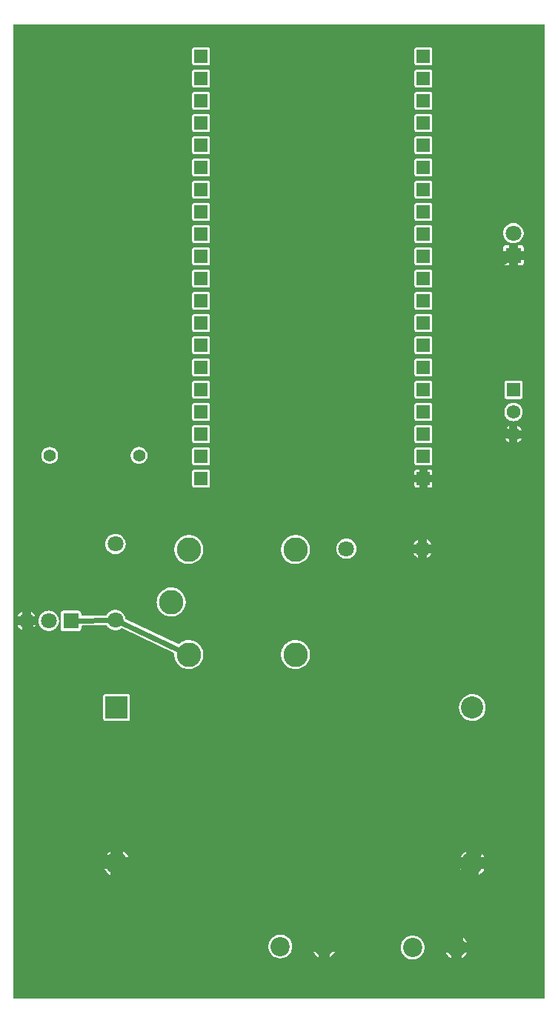
<source format=gtl>
G04 Layer: TopLayer*
G04 EasyEDA v6.5.51, 2026-01-08 00:26:36*
G04 20534f1d5e454c7f8422adcd5164db7c,ce41bef9852f4de9b562203a7e9bab9e,10*
G04 Gerber Generator version 0.2*
G04 Scale: 100 percent, Rotated: No, Reflected: No *
G04 Dimensions in millimeters *
G04 leading zeros omitted , absolute positions ,4 integer and 5 decimal *
%FSLAX45Y45*%
%MOMM*%

%ADD10C,1.5000*%
%ADD11C,0.6000*%
%ADD12C,1.8000*%
%ADD13R,1.8000X1.8000*%
%ADD14C,2.2000*%
%ADD15C,1.5748*%
%ADD16R,1.5748X1.5748*%
%ADD17C,1.4000*%
%ADD18C,2.7940*%
%ADD19C,0.0107*%
%ADD20R,2.5400X2.5400*%
%ADD21C,2.5400*%
%ADD22R,1.5240X1.5240*%

%LPD*%
G36*
X277368Y-11162792D02*
G01*
X273456Y-11162030D01*
X270205Y-11159794D01*
X267970Y-11156543D01*
X267208Y-11152632D01*
X267208Y-36068D01*
X267970Y-32156D01*
X270205Y-28905D01*
X273456Y-26670D01*
X277368Y-25908D01*
X6326632Y-25908D01*
X6330543Y-26670D01*
X6333794Y-28905D01*
X6336030Y-32156D01*
X6336792Y-36068D01*
X6336792Y-11152632D01*
X6336030Y-11156543D01*
X6333794Y-11159794D01*
X6330543Y-11162030D01*
X6326632Y-11162792D01*
G37*

%LPC*%
G36*
X4822088Y-10714736D02*
G01*
X4837887Y-10714736D01*
X4853584Y-10712907D01*
X4868976Y-10709300D01*
X4883810Y-10703864D01*
X4897932Y-10696803D01*
X4911140Y-10688116D01*
X4923231Y-10677956D01*
X4934102Y-10666425D01*
X4943551Y-10653776D01*
X4951425Y-10640110D01*
X4957673Y-10625582D01*
X4962245Y-10610443D01*
X4964988Y-10594898D01*
X4965903Y-10579100D01*
X4964988Y-10563301D01*
X4962245Y-10547756D01*
X4957673Y-10532618D01*
X4951425Y-10518089D01*
X4943551Y-10504424D01*
X4934102Y-10491774D01*
X4923231Y-10480243D01*
X4911140Y-10470083D01*
X4897932Y-10461396D01*
X4883810Y-10454335D01*
X4868976Y-10448899D01*
X4853584Y-10445292D01*
X4837887Y-10443464D01*
X4822088Y-10443464D01*
X4806391Y-10445292D01*
X4791049Y-10448899D01*
X4776165Y-10454335D01*
X4762042Y-10461396D01*
X4748834Y-10470083D01*
X4736744Y-10480243D01*
X4725924Y-10491774D01*
X4716475Y-10504424D01*
X4708550Y-10518089D01*
X4702302Y-10532618D01*
X4697780Y-10547756D01*
X4695037Y-10563301D01*
X4694123Y-10579100D01*
X4695037Y-10594898D01*
X4697780Y-10610443D01*
X4702302Y-10625582D01*
X4708550Y-10640110D01*
X4716475Y-10653776D01*
X4725924Y-10666425D01*
X4736744Y-10677956D01*
X4748834Y-10688116D01*
X4762042Y-10696803D01*
X4776165Y-10703864D01*
X4791049Y-10709300D01*
X4806391Y-10712907D01*
G37*
G36*
X3310788Y-10702036D02*
G01*
X3326587Y-10702036D01*
X3342284Y-10700207D01*
X3357676Y-10696600D01*
X3372510Y-10691164D01*
X3386632Y-10684103D01*
X3399840Y-10675416D01*
X3411931Y-10665256D01*
X3422802Y-10653725D01*
X3432251Y-10641076D01*
X3440125Y-10627410D01*
X3446373Y-10612882D01*
X3450945Y-10597743D01*
X3453688Y-10582198D01*
X3454603Y-10566400D01*
X3453688Y-10550601D01*
X3450945Y-10535056D01*
X3446373Y-10519918D01*
X3440125Y-10505389D01*
X3432251Y-10491724D01*
X3422802Y-10479074D01*
X3411931Y-10467543D01*
X3399840Y-10457383D01*
X3386632Y-10448696D01*
X3372510Y-10441635D01*
X3357676Y-10436199D01*
X3342284Y-10432592D01*
X3326587Y-10430764D01*
X3310788Y-10430764D01*
X3295091Y-10432592D01*
X3279749Y-10436199D01*
X3264865Y-10441635D01*
X3250742Y-10448696D01*
X3237534Y-10457383D01*
X3225444Y-10467543D01*
X3214624Y-10479074D01*
X3205175Y-10491724D01*
X3197250Y-10505389D01*
X3191002Y-10519918D01*
X3186480Y-10535056D01*
X3183737Y-10550601D01*
X3182823Y-10566400D01*
X3183737Y-10582198D01*
X3186480Y-10597743D01*
X3191002Y-10612882D01*
X3197250Y-10627410D01*
X3205175Y-10641076D01*
X3214624Y-10653725D01*
X3225444Y-10665256D01*
X3237534Y-10675416D01*
X3250742Y-10684103D01*
X3264865Y-10691164D01*
X3279749Y-10696600D01*
X3295091Y-10700207D01*
G37*
G36*
X5268671Y-10700105D02*
G01*
X5268671Y-10640466D01*
X5208778Y-10640466D01*
X5216448Y-10653776D01*
X5225897Y-10666425D01*
X5236768Y-10677956D01*
X5248859Y-10688116D01*
X5262067Y-10696803D01*
G37*
G36*
X5391353Y-10700105D02*
G01*
X5397957Y-10696803D01*
X5411165Y-10688116D01*
X5423255Y-10677956D01*
X5434076Y-10666425D01*
X5443524Y-10653776D01*
X5451246Y-10640466D01*
X5391353Y-10640466D01*
G37*
G36*
X3880053Y-10687405D02*
G01*
X3886657Y-10684103D01*
X3899865Y-10675416D01*
X3911955Y-10665256D01*
X3922776Y-10653725D01*
X3932224Y-10641076D01*
X3939946Y-10627766D01*
X3880053Y-10627766D01*
G37*
G36*
X3757371Y-10687405D02*
G01*
X3757371Y-10627766D01*
X3697478Y-10627766D01*
X3705148Y-10641076D01*
X3714597Y-10653725D01*
X3725468Y-10665256D01*
X3737559Y-10675416D01*
X3750767Y-10684103D01*
G37*
G36*
X5208778Y-10517733D02*
G01*
X5268671Y-10517733D01*
X5268671Y-10458094D01*
X5262067Y-10461396D01*
X5248859Y-10470083D01*
X5236768Y-10480243D01*
X5225897Y-10491774D01*
X5216448Y-10504424D01*
G37*
G36*
X5391353Y-10517733D02*
G01*
X5451246Y-10517733D01*
X5443524Y-10504424D01*
X5434076Y-10491774D01*
X5423255Y-10480243D01*
X5411165Y-10470083D01*
X5397957Y-10461396D01*
X5391353Y-10458094D01*
G37*
G36*
X3880053Y-10505033D02*
G01*
X3939946Y-10505033D01*
X3932224Y-10491724D01*
X3922776Y-10479074D01*
X3911955Y-10467543D01*
X3899865Y-10457383D01*
X3886657Y-10448696D01*
X3880053Y-10445394D01*
G37*
G36*
X3697478Y-10505033D02*
G01*
X3757371Y-10505033D01*
X3757371Y-10445394D01*
X3750767Y-10448696D01*
X3737559Y-10457383D01*
X3725468Y-10467543D01*
X3714597Y-10479074D01*
X3705148Y-10491724D01*
G37*
G36*
X1517650Y-9749840D02*
G01*
X1531416Y-9741916D01*
X1544980Y-9731908D01*
X1557375Y-9720529D01*
X1568450Y-9707829D01*
X1578051Y-9693960D01*
X1583588Y-9683750D01*
X1517650Y-9683750D01*
G37*
G36*
X5581650Y-9749840D02*
G01*
X5595416Y-9741916D01*
X5608980Y-9731908D01*
X5621375Y-9720529D01*
X5632450Y-9707829D01*
X5642051Y-9693960D01*
X5647588Y-9683750D01*
X5581650Y-9683750D01*
G37*
G36*
X5441950Y-9749637D02*
G01*
X5441950Y-9683750D01*
X5375960Y-9683750D01*
X5377332Y-9686645D01*
X5386171Y-9701022D01*
X5396484Y-9714331D01*
X5408269Y-9726371D01*
X5421274Y-9737090D01*
X5435346Y-9746284D01*
G37*
G36*
X1377950Y-9749637D02*
G01*
X1377950Y-9683750D01*
X1311960Y-9683750D01*
X1313332Y-9686645D01*
X1322171Y-9701022D01*
X1332484Y-9714331D01*
X1344269Y-9726371D01*
X1357274Y-9737090D01*
X1371346Y-9746284D01*
G37*
G36*
X5375960Y-9544050D02*
G01*
X5441950Y-9544050D01*
X5441950Y-9478162D01*
X5435346Y-9481515D01*
X5421274Y-9490710D01*
X5408269Y-9501428D01*
X5396484Y-9513468D01*
X5386171Y-9526778D01*
X5377332Y-9541154D01*
G37*
G36*
X1311960Y-9544050D02*
G01*
X1377950Y-9544050D01*
X1377950Y-9478162D01*
X1371346Y-9481515D01*
X1357274Y-9490710D01*
X1344269Y-9501428D01*
X1332484Y-9513468D01*
X1322171Y-9526778D01*
X1313332Y-9541154D01*
G37*
G36*
X1517650Y-9544050D02*
G01*
X1583588Y-9544050D01*
X1578051Y-9533839D01*
X1568450Y-9519970D01*
X1557375Y-9507270D01*
X1544980Y-9495891D01*
X1531416Y-9485884D01*
X1517650Y-9477959D01*
G37*
G36*
X5581650Y-9544050D02*
G01*
X5647588Y-9544050D01*
X5642051Y-9533839D01*
X5632450Y-9519970D01*
X5621375Y-9507270D01*
X5608980Y-9495891D01*
X5595416Y-9485884D01*
X5581650Y-9477959D01*
G37*
G36*
X1321358Y-7988808D02*
G01*
X1574241Y-7988808D01*
X1580540Y-7988096D01*
X1586026Y-7986166D01*
X1590903Y-7983118D01*
X1595018Y-7979003D01*
X1598066Y-7974126D01*
X1599996Y-7968640D01*
X1600708Y-7962341D01*
X1600708Y-7709458D01*
X1599996Y-7703159D01*
X1598066Y-7697673D01*
X1595018Y-7692796D01*
X1590903Y-7688681D01*
X1586026Y-7685633D01*
X1580540Y-7683703D01*
X1574241Y-7682992D01*
X1321358Y-7682992D01*
X1315059Y-7683703D01*
X1309573Y-7685633D01*
X1304696Y-7688681D01*
X1300581Y-7692796D01*
X1297533Y-7697673D01*
X1295603Y-7703159D01*
X1294892Y-7709458D01*
X1294892Y-7962341D01*
X1295603Y-7968640D01*
X1297533Y-7974126D01*
X1300581Y-7979003D01*
X1304696Y-7983118D01*
X1309573Y-7986166D01*
X1315059Y-7988096D01*
G37*
G36*
X5516016Y-7988757D02*
G01*
X5532780Y-7987334D01*
X5549341Y-7984134D01*
X5565394Y-7979105D01*
X5580837Y-7972298D01*
X5595416Y-7963916D01*
X5608980Y-7953908D01*
X5621375Y-7942529D01*
X5632450Y-7929829D01*
X5642051Y-7915960D01*
X5650077Y-7901127D01*
X5656427Y-7885531D01*
X5660999Y-7869326D01*
X5663742Y-7852714D01*
X5664708Y-7835900D01*
X5663742Y-7819085D01*
X5660999Y-7802473D01*
X5656427Y-7786268D01*
X5650077Y-7770672D01*
X5642051Y-7755839D01*
X5632450Y-7741970D01*
X5621375Y-7729270D01*
X5608980Y-7717891D01*
X5595416Y-7707884D01*
X5580837Y-7699502D01*
X5565394Y-7692694D01*
X5549341Y-7687665D01*
X5532780Y-7684465D01*
X5516016Y-7683042D01*
X5499150Y-7683550D01*
X5482488Y-7685836D01*
X5466181Y-7690002D01*
X5450382Y-7695895D01*
X5435346Y-7703515D01*
X5421274Y-7712709D01*
X5408269Y-7723428D01*
X5396484Y-7735468D01*
X5386171Y-7748778D01*
X5377332Y-7763154D01*
X5370169Y-7778343D01*
X5364683Y-7794294D01*
X5360974Y-7810753D01*
X5359146Y-7827467D01*
X5359146Y-7844332D01*
X5360974Y-7861046D01*
X5364683Y-7877505D01*
X5370169Y-7893456D01*
X5377332Y-7908645D01*
X5386171Y-7923022D01*
X5396484Y-7936331D01*
X5408269Y-7948371D01*
X5421274Y-7959090D01*
X5435346Y-7968284D01*
X5450382Y-7975904D01*
X5466181Y-7981797D01*
X5482488Y-7985963D01*
X5499150Y-7988249D01*
G37*
G36*
X2275687Y-7394956D02*
G01*
X2293264Y-7393533D01*
X2310587Y-7390282D01*
X2327452Y-7385151D01*
X2343708Y-7378344D01*
X2359152Y-7369759D01*
X2373579Y-7359650D01*
X2386838Y-7348016D01*
X2398776Y-7335062D01*
X2409291Y-7320940D01*
X2418232Y-7305751D01*
X2425547Y-7289698D01*
X2431084Y-7272985D01*
X2434793Y-7255764D01*
X2436672Y-7238187D01*
X2436672Y-7220610D01*
X2434793Y-7203084D01*
X2431084Y-7185812D01*
X2425547Y-7169099D01*
X2418232Y-7153046D01*
X2409291Y-7137857D01*
X2398776Y-7123734D01*
X2386838Y-7110780D01*
X2373579Y-7099147D01*
X2359152Y-7089038D01*
X2343708Y-7080503D01*
X2327452Y-7073646D01*
X2310587Y-7068515D01*
X2293264Y-7065264D01*
X2275687Y-7063841D01*
X2258110Y-7064349D01*
X2240635Y-7066686D01*
X2223516Y-7070852D01*
X2206904Y-7076846D01*
X2191054Y-7084568D01*
X2176119Y-7093915D01*
X2162251Y-7104786D01*
X2159355Y-7107631D01*
X2155901Y-7109815D01*
X2151888Y-7110475D01*
X2147925Y-7109510D01*
X1555800Y-6830822D01*
X1553006Y-6828891D01*
X1551025Y-6826148D01*
X1550060Y-6822897D01*
X1548942Y-6814108D01*
X1545336Y-6799986D01*
X1539951Y-6786473D01*
X1532940Y-6773722D01*
X1524406Y-6761937D01*
X1514449Y-6751320D01*
X1503222Y-6742074D01*
X1490929Y-6734251D01*
X1477772Y-6728053D01*
X1463903Y-6723583D01*
X1449628Y-6720840D01*
X1435100Y-6719925D01*
X1420571Y-6720840D01*
X1406296Y-6723583D01*
X1392428Y-6728053D01*
X1379270Y-6734251D01*
X1366977Y-6742074D01*
X1355750Y-6751320D01*
X1345793Y-6761937D01*
X1337259Y-6773722D01*
X1335633Y-6776618D01*
X1333449Y-6779412D01*
X1330401Y-6781241D01*
X1326946Y-6781901D01*
X1053338Y-6787032D01*
X1049426Y-6786321D01*
X1046073Y-6784136D01*
X1043787Y-6780784D01*
X1043025Y-6776872D01*
X1043025Y-6755892D01*
X1042314Y-6749542D01*
X1040384Y-6744106D01*
X1037285Y-6739178D01*
X1033221Y-6735114D01*
X1028293Y-6732016D01*
X1022858Y-6730085D01*
X1016508Y-6729374D01*
X837692Y-6729374D01*
X831342Y-6730085D01*
X825906Y-6732016D01*
X820978Y-6735114D01*
X816914Y-6739178D01*
X813816Y-6744106D01*
X811885Y-6749542D01*
X811174Y-6755892D01*
X811174Y-6934708D01*
X811885Y-6941058D01*
X813816Y-6946493D01*
X816914Y-6951421D01*
X820978Y-6955485D01*
X825906Y-6958584D01*
X831342Y-6960514D01*
X837692Y-6961225D01*
X1016508Y-6961225D01*
X1022858Y-6960514D01*
X1028293Y-6958584D01*
X1033221Y-6955485D01*
X1037285Y-6951421D01*
X1040384Y-6946493D01*
X1042314Y-6941058D01*
X1043025Y-6934708D01*
X1043025Y-6909003D01*
X1043787Y-6905193D01*
X1045921Y-6901891D01*
X1049172Y-6899706D01*
X1052982Y-6898843D01*
X1328826Y-6893712D01*
X1332026Y-6894169D01*
X1334922Y-6895592D01*
X1337259Y-6897878D01*
X1345793Y-6909663D01*
X1355750Y-6920280D01*
X1366977Y-6929577D01*
X1379270Y-6937349D01*
X1392428Y-6943547D01*
X1406296Y-6948068D01*
X1420571Y-6950760D01*
X1435100Y-6951675D01*
X1449628Y-6950760D01*
X1463903Y-6948068D01*
X1477772Y-6943547D01*
X1490929Y-6937349D01*
X1498396Y-6932625D01*
X1501546Y-6931304D01*
X1504899Y-6931101D01*
X1508201Y-6932015D01*
X2100376Y-7210755D01*
X2103577Y-7213092D01*
X2105609Y-7216546D01*
X2106168Y-7220458D01*
X2105710Y-7229398D01*
X2106625Y-7246975D01*
X2109470Y-7264400D01*
X2114092Y-7281418D01*
X2120493Y-7297826D01*
X2128621Y-7313472D01*
X2138375Y-7328153D01*
X2149602Y-7341717D01*
X2162251Y-7354011D01*
X2176119Y-7364882D01*
X2191054Y-7374229D01*
X2206904Y-7381951D01*
X2223516Y-7387945D01*
X2240635Y-7392111D01*
X2258110Y-7394448D01*
G37*
G36*
X3495700Y-7394905D02*
G01*
X3513277Y-7393482D01*
X3530600Y-7390231D01*
X3547465Y-7385100D01*
X3563721Y-7378293D01*
X3579114Y-7369708D01*
X3593541Y-7359599D01*
X3606800Y-7347966D01*
X3618788Y-7335012D01*
X3629304Y-7320889D01*
X3638245Y-7305700D01*
X3645509Y-7289647D01*
X3651046Y-7272934D01*
X3654755Y-7255713D01*
X3656634Y-7238136D01*
X3656634Y-7220559D01*
X3654755Y-7203033D01*
X3651046Y-7185761D01*
X3645509Y-7169048D01*
X3638245Y-7152995D01*
X3629304Y-7137806D01*
X3618788Y-7123684D01*
X3606800Y-7110730D01*
X3593541Y-7099096D01*
X3579114Y-7088987D01*
X3563721Y-7080453D01*
X3547465Y-7073595D01*
X3530600Y-7068464D01*
X3513277Y-7065213D01*
X3495700Y-7063790D01*
X3478072Y-7064298D01*
X3460597Y-7066635D01*
X3443478Y-7070801D01*
X3426917Y-7076795D01*
X3411067Y-7084517D01*
X3396132Y-7093864D01*
X3382264Y-7104735D01*
X3369614Y-7117029D01*
X3358387Y-7130592D01*
X3348634Y-7145274D01*
X3340506Y-7160920D01*
X3334054Y-7177328D01*
X3329432Y-7194346D01*
X3326637Y-7211771D01*
X3325723Y-7229348D01*
X3326637Y-7246924D01*
X3329432Y-7264349D01*
X3334054Y-7281367D01*
X3340506Y-7297775D01*
X3348634Y-7313422D01*
X3358387Y-7328103D01*
X3369614Y-7341666D01*
X3382264Y-7353960D01*
X3396132Y-7364831D01*
X3411067Y-7374178D01*
X3426917Y-7381900D01*
X3443478Y-7387894D01*
X3460597Y-7392060D01*
X3478072Y-7394397D01*
G37*
G36*
X673100Y-6961174D02*
G01*
X687628Y-6960260D01*
X701903Y-6957568D01*
X715772Y-6953046D01*
X728929Y-6946849D01*
X741222Y-6939076D01*
X752449Y-6929780D01*
X762406Y-6919163D01*
X770940Y-6907377D01*
X777951Y-6894626D01*
X783336Y-6881114D01*
X786942Y-6866991D01*
X788771Y-6852564D01*
X788771Y-6838035D01*
X786942Y-6823608D01*
X783336Y-6809486D01*
X777951Y-6795973D01*
X770940Y-6783222D01*
X762406Y-6771436D01*
X752449Y-6760819D01*
X741222Y-6751523D01*
X728929Y-6743750D01*
X715772Y-6737553D01*
X701903Y-6733031D01*
X687628Y-6730339D01*
X673100Y-6729425D01*
X658571Y-6730339D01*
X644296Y-6733031D01*
X630428Y-6737553D01*
X617270Y-6743750D01*
X604977Y-6751523D01*
X593750Y-6760819D01*
X583793Y-6771436D01*
X575259Y-6783222D01*
X568248Y-6795973D01*
X562864Y-6809486D01*
X559257Y-6823608D01*
X557428Y-6838035D01*
X557428Y-6852564D01*
X559257Y-6866991D01*
X562864Y-6881114D01*
X568248Y-6894626D01*
X575259Y-6907377D01*
X583793Y-6919163D01*
X593750Y-6929780D01*
X604977Y-6939076D01*
X617270Y-6946849D01*
X630428Y-6953046D01*
X644296Y-6957568D01*
X658571Y-6960260D01*
G37*
G36*
X367741Y-6948982D02*
G01*
X367741Y-6896658D01*
X315366Y-6896658D01*
X321259Y-6907377D01*
X329793Y-6919163D01*
X339750Y-6929780D01*
X350977Y-6939076D01*
X363270Y-6946849D01*
G37*
G36*
X470458Y-6948982D02*
G01*
X474929Y-6946849D01*
X487222Y-6939076D01*
X498449Y-6929780D01*
X508406Y-6919163D01*
X516940Y-6907377D01*
X522833Y-6896658D01*
X470458Y-6896658D01*
G37*
G36*
X2075688Y-6794957D02*
G01*
X2093264Y-6793534D01*
X2110587Y-6790283D01*
X2127453Y-6785152D01*
X2143709Y-6778345D01*
X2159152Y-6769760D01*
X2173579Y-6759651D01*
X2186838Y-6748018D01*
X2198776Y-6735064D01*
X2209292Y-6720941D01*
X2218232Y-6705752D01*
X2225497Y-6689699D01*
X2231034Y-6672986D01*
X2234793Y-6655765D01*
X2236673Y-6638188D01*
X2236673Y-6620611D01*
X2234793Y-6603085D01*
X2231034Y-6585813D01*
X2225497Y-6569100D01*
X2218232Y-6553047D01*
X2209292Y-6537858D01*
X2198776Y-6523735D01*
X2186838Y-6510781D01*
X2173579Y-6499148D01*
X2159152Y-6489039D01*
X2143709Y-6480505D01*
X2127453Y-6473647D01*
X2110587Y-6468516D01*
X2093264Y-6465265D01*
X2075688Y-6463842D01*
X2058111Y-6464350D01*
X2040636Y-6466687D01*
X2023516Y-6470853D01*
X2006904Y-6476847D01*
X1991055Y-6484569D01*
X1976120Y-6493916D01*
X1962251Y-6504787D01*
X1949602Y-6517081D01*
X1938375Y-6530644D01*
X1928622Y-6545326D01*
X1920493Y-6560972D01*
X1914093Y-6577380D01*
X1909470Y-6594398D01*
X1906625Y-6611823D01*
X1905711Y-6629400D01*
X1906625Y-6646976D01*
X1909470Y-6664401D01*
X1914093Y-6681419D01*
X1920493Y-6697827D01*
X1928622Y-6713474D01*
X1938375Y-6728155D01*
X1949602Y-6741718D01*
X1962251Y-6754012D01*
X1976120Y-6764883D01*
X1991055Y-6774230D01*
X2006904Y-6781952D01*
X2023516Y-6787946D01*
X2040636Y-6792112D01*
X2058111Y-6794449D01*
G37*
G36*
X470458Y-6793941D02*
G01*
X522833Y-6793941D01*
X516940Y-6783222D01*
X508406Y-6771436D01*
X498449Y-6760819D01*
X487222Y-6751523D01*
X474929Y-6743750D01*
X470458Y-6741617D01*
G37*
G36*
X315366Y-6793941D02*
G01*
X367741Y-6793941D01*
X367741Y-6741617D01*
X363270Y-6743750D01*
X350977Y-6751523D01*
X339750Y-6760819D01*
X329793Y-6771436D01*
X321259Y-6783222D01*
G37*
G36*
X3495700Y-6195009D02*
G01*
X3513277Y-6193586D01*
X3530600Y-6190335D01*
X3547465Y-6185204D01*
X3563721Y-6178397D01*
X3579114Y-6169812D01*
X3593541Y-6159703D01*
X3606800Y-6148070D01*
X3618788Y-6135116D01*
X3629304Y-6120993D01*
X3638245Y-6105804D01*
X3645509Y-6089751D01*
X3651046Y-6073038D01*
X3654806Y-6055817D01*
X3656634Y-6038240D01*
X3656634Y-6020663D01*
X3654806Y-6003137D01*
X3651046Y-5985865D01*
X3645509Y-5969152D01*
X3638245Y-5953099D01*
X3629304Y-5937910D01*
X3618788Y-5923788D01*
X3606800Y-5910834D01*
X3593541Y-5899200D01*
X3579114Y-5889091D01*
X3563721Y-5880557D01*
X3547465Y-5873699D01*
X3530600Y-5868568D01*
X3513277Y-5865317D01*
X3495700Y-5863894D01*
X3478072Y-5864402D01*
X3460597Y-5866739D01*
X3443478Y-5870905D01*
X3426917Y-5876899D01*
X3411067Y-5884621D01*
X3396132Y-5893968D01*
X3382264Y-5904839D01*
X3369614Y-5917133D01*
X3358387Y-5930696D01*
X3348634Y-5945378D01*
X3340506Y-5961024D01*
X3334105Y-5977432D01*
X3329432Y-5994450D01*
X3326637Y-6011875D01*
X3325723Y-6029452D01*
X3326637Y-6047028D01*
X3329432Y-6064453D01*
X3334105Y-6081471D01*
X3340506Y-6097879D01*
X3348634Y-6113526D01*
X3358387Y-6128207D01*
X3369614Y-6141770D01*
X3382264Y-6154064D01*
X3396132Y-6164935D01*
X3411067Y-6174282D01*
X3426917Y-6182004D01*
X3443478Y-6187998D01*
X3460597Y-6192164D01*
X3478072Y-6194501D01*
G37*
G36*
X2275687Y-6194958D02*
G01*
X2293264Y-6193536D01*
X2310587Y-6190284D01*
X2327452Y-6185154D01*
X2343708Y-6178346D01*
X2359152Y-6169761D01*
X2373579Y-6159652D01*
X2386838Y-6148019D01*
X2398776Y-6135065D01*
X2409291Y-6120942D01*
X2418232Y-6105753D01*
X2425547Y-6089700D01*
X2431084Y-6072987D01*
X2434793Y-6055766D01*
X2436672Y-6038189D01*
X2436672Y-6020612D01*
X2434793Y-6003086D01*
X2431084Y-5985814D01*
X2425547Y-5969101D01*
X2418232Y-5953048D01*
X2409291Y-5937859D01*
X2398776Y-5923737D01*
X2386838Y-5910783D01*
X2373579Y-5899150D01*
X2359152Y-5889040D01*
X2343708Y-5880506D01*
X2327452Y-5873648D01*
X2310587Y-5868517D01*
X2293264Y-5865266D01*
X2275687Y-5863844D01*
X2258110Y-5864352D01*
X2240635Y-5866688D01*
X2223516Y-5870854D01*
X2206904Y-5876848D01*
X2191054Y-5884570D01*
X2176119Y-5893917D01*
X2162251Y-5904788D01*
X2149602Y-5917082D01*
X2138375Y-5930646D01*
X2128621Y-5945327D01*
X2120493Y-5960973D01*
X2114092Y-5977382D01*
X2109470Y-5994400D01*
X2106625Y-6011824D01*
X2105710Y-6029401D01*
X2106625Y-6046978D01*
X2109470Y-6064402D01*
X2114092Y-6081420D01*
X2120493Y-6097828D01*
X2128621Y-6113475D01*
X2138375Y-6128156D01*
X2149602Y-6141720D01*
X2162251Y-6154013D01*
X2176119Y-6164884D01*
X2191054Y-6174232D01*
X2206904Y-6181953D01*
X2223516Y-6187948D01*
X2240635Y-6192113D01*
X2258110Y-6194450D01*
G37*
G36*
X4066235Y-6135471D02*
G01*
X4080764Y-6135471D01*
X4095191Y-6133642D01*
X4109313Y-6130036D01*
X4122826Y-6124651D01*
X4135577Y-6117640D01*
X4147362Y-6109106D01*
X4157979Y-6099149D01*
X4167225Y-6087922D01*
X4175048Y-6075629D01*
X4181246Y-6062472D01*
X4185716Y-6048603D01*
X4188460Y-6034328D01*
X4189374Y-6019800D01*
X4188460Y-6005271D01*
X4185716Y-5990996D01*
X4181246Y-5977128D01*
X4175048Y-5963970D01*
X4167225Y-5951677D01*
X4157979Y-5940450D01*
X4147362Y-5930493D01*
X4135577Y-5921959D01*
X4122826Y-5914948D01*
X4109313Y-5909564D01*
X4095191Y-5905957D01*
X4080764Y-5904128D01*
X4066235Y-5904128D01*
X4051757Y-5905957D01*
X4037685Y-5909564D01*
X4024172Y-5914948D01*
X4011422Y-5921959D01*
X3999636Y-5930493D01*
X3989019Y-5940450D01*
X3979722Y-5951677D01*
X3971950Y-5963970D01*
X3965752Y-5977128D01*
X3961231Y-5990996D01*
X3958539Y-6005271D01*
X3957624Y-6019800D01*
X3958539Y-6034328D01*
X3961231Y-6048603D01*
X3965752Y-6062472D01*
X3971950Y-6075629D01*
X3979722Y-6087922D01*
X3989019Y-6099149D01*
X3999636Y-6109106D01*
X4011422Y-6117640D01*
X4024172Y-6124651D01*
X4037685Y-6130036D01*
X4051757Y-6133642D01*
G37*
G36*
X4892141Y-6123533D02*
G01*
X4892141Y-6071158D01*
X4839868Y-6071158D01*
X4841951Y-6075629D01*
X4849774Y-6087922D01*
X4859020Y-6099149D01*
X4869637Y-6109106D01*
X4881422Y-6117640D01*
G37*
G36*
X4994859Y-6123533D02*
G01*
X5005578Y-6117640D01*
X5017363Y-6109106D01*
X5027980Y-6099149D01*
X5037277Y-6087922D01*
X5045049Y-6075629D01*
X5047183Y-6071158D01*
X4994859Y-6071158D01*
G37*
G36*
X1435100Y-6081674D02*
G01*
X1449628Y-6080760D01*
X1463903Y-6078016D01*
X1477772Y-6073546D01*
X1490929Y-6067348D01*
X1503222Y-6059525D01*
X1514449Y-6050280D01*
X1524406Y-6039662D01*
X1532940Y-6027877D01*
X1539951Y-6015126D01*
X1545336Y-6001613D01*
X1548942Y-5987491D01*
X1550771Y-5973064D01*
X1550771Y-5958535D01*
X1548942Y-5944057D01*
X1545336Y-5929985D01*
X1539951Y-5916472D01*
X1532940Y-5903722D01*
X1524406Y-5891936D01*
X1514449Y-5881319D01*
X1503222Y-5872022D01*
X1490929Y-5864250D01*
X1477772Y-5858052D01*
X1463903Y-5853531D01*
X1449628Y-5850839D01*
X1435100Y-5849924D01*
X1420571Y-5850839D01*
X1406296Y-5853531D01*
X1392428Y-5858052D01*
X1379270Y-5864250D01*
X1366977Y-5872022D01*
X1355750Y-5881319D01*
X1345793Y-5891936D01*
X1337259Y-5903722D01*
X1330248Y-5916472D01*
X1324864Y-5929985D01*
X1321257Y-5944057D01*
X1319428Y-5958535D01*
X1319428Y-5973064D01*
X1321257Y-5987491D01*
X1324864Y-6001613D01*
X1330248Y-6015126D01*
X1337259Y-6027877D01*
X1345793Y-6039662D01*
X1355750Y-6050280D01*
X1366977Y-6059525D01*
X1379270Y-6067348D01*
X1392428Y-6073546D01*
X1406296Y-6078016D01*
X1420571Y-6080760D01*
G37*
G36*
X4839868Y-5968441D02*
G01*
X4892141Y-5968441D01*
X4892141Y-5916066D01*
X4881422Y-5921959D01*
X4869637Y-5930493D01*
X4859020Y-5940450D01*
X4849774Y-5951677D01*
X4841951Y-5963970D01*
G37*
G36*
X4994859Y-5968441D02*
G01*
X5047183Y-5968441D01*
X5045049Y-5963970D01*
X5037277Y-5951677D01*
X5027980Y-5940450D01*
X5017363Y-5930493D01*
X5005578Y-5921959D01*
X4994859Y-5916066D01*
G37*
G36*
X4877358Y-5321808D02*
G01*
X4908550Y-5321808D01*
X4908550Y-5264150D01*
X4850892Y-5264150D01*
X4850892Y-5295341D01*
X4851603Y-5301640D01*
X4853533Y-5307126D01*
X4856581Y-5312003D01*
X4860696Y-5316118D01*
X4865573Y-5319166D01*
X4871059Y-5321096D01*
G37*
G36*
X4997450Y-5321808D02*
G01*
X5028641Y-5321808D01*
X5034940Y-5321096D01*
X5040426Y-5319166D01*
X5045303Y-5316118D01*
X5049418Y-5312003D01*
X5052466Y-5307126D01*
X5054396Y-5301640D01*
X5055108Y-5295341D01*
X5055108Y-5264150D01*
X4997450Y-5264150D01*
G37*
G36*
X2337358Y-5321808D02*
G01*
X2488641Y-5321808D01*
X2494940Y-5321096D01*
X2500426Y-5319166D01*
X2505303Y-5316118D01*
X2509418Y-5312003D01*
X2512466Y-5307126D01*
X2514396Y-5301640D01*
X2515108Y-5295341D01*
X2515108Y-5144058D01*
X2514396Y-5137759D01*
X2512466Y-5132273D01*
X2509418Y-5127396D01*
X2505303Y-5123281D01*
X2500426Y-5120233D01*
X2494940Y-5118303D01*
X2488641Y-5117592D01*
X2337358Y-5117592D01*
X2331059Y-5118303D01*
X2325573Y-5120233D01*
X2320696Y-5123281D01*
X2316581Y-5127396D01*
X2313533Y-5132273D01*
X2311603Y-5137759D01*
X2310892Y-5144058D01*
X2310892Y-5295341D01*
X2311603Y-5301640D01*
X2313533Y-5307126D01*
X2316581Y-5312003D01*
X2320696Y-5316118D01*
X2325573Y-5319166D01*
X2331059Y-5321096D01*
G37*
G36*
X4997450Y-5175250D02*
G01*
X5055108Y-5175250D01*
X5055108Y-5144058D01*
X5054396Y-5137759D01*
X5052466Y-5132273D01*
X5049418Y-5127396D01*
X5045303Y-5123281D01*
X5040426Y-5120233D01*
X5034940Y-5118303D01*
X5028641Y-5117592D01*
X4997450Y-5117592D01*
G37*
G36*
X4850892Y-5175250D02*
G01*
X4908550Y-5175250D01*
X4908550Y-5117592D01*
X4877358Y-5117592D01*
X4871059Y-5118303D01*
X4865573Y-5120233D01*
X4860696Y-5123281D01*
X4856581Y-5127396D01*
X4853533Y-5132273D01*
X4851603Y-5137759D01*
X4850892Y-5144058D01*
G37*
G36*
X2337358Y-5067808D02*
G01*
X2488641Y-5067808D01*
X2494940Y-5067096D01*
X2500426Y-5065166D01*
X2505303Y-5062118D01*
X2509418Y-5058003D01*
X2512466Y-5053126D01*
X2514396Y-5047640D01*
X2515108Y-5041341D01*
X2515108Y-4890058D01*
X2514396Y-4883759D01*
X2512466Y-4878273D01*
X2509418Y-4873396D01*
X2505303Y-4869281D01*
X2500426Y-4866233D01*
X2494940Y-4864303D01*
X2488641Y-4863592D01*
X2337358Y-4863592D01*
X2331059Y-4864303D01*
X2325573Y-4866233D01*
X2320696Y-4869281D01*
X2316581Y-4873396D01*
X2313533Y-4878273D01*
X2311603Y-4883759D01*
X2310892Y-4890058D01*
X2310892Y-5041341D01*
X2311603Y-5047640D01*
X2313533Y-5053126D01*
X2316581Y-5058003D01*
X2320696Y-5062118D01*
X2325573Y-5065166D01*
X2331059Y-5067096D01*
G37*
G36*
X4877358Y-5067808D02*
G01*
X5028641Y-5067808D01*
X5034940Y-5067096D01*
X5040426Y-5065166D01*
X5045303Y-5062118D01*
X5049418Y-5058003D01*
X5052466Y-5053126D01*
X5054396Y-5047640D01*
X5055108Y-5041341D01*
X5055108Y-4890058D01*
X5054396Y-4883759D01*
X5052466Y-4878273D01*
X5049418Y-4873396D01*
X5045303Y-4869281D01*
X5040426Y-4866233D01*
X5034940Y-4864303D01*
X5028641Y-4863592D01*
X4877358Y-4863592D01*
X4871059Y-4864303D01*
X4865573Y-4866233D01*
X4860696Y-4869281D01*
X4856581Y-4873396D01*
X4853533Y-4878273D01*
X4851603Y-4883759D01*
X4850892Y-4890058D01*
X4850892Y-5041341D01*
X4851603Y-5047640D01*
X4853533Y-5053126D01*
X4856581Y-5058003D01*
X4860696Y-5062118D01*
X4865573Y-5065166D01*
X4871059Y-5067096D01*
G37*
G36*
X1697228Y-5048656D02*
G01*
X1710334Y-5048656D01*
X1723288Y-5046878D01*
X1735886Y-5043373D01*
X1747875Y-5038140D01*
X1759051Y-5031333D01*
X1769211Y-5023053D01*
X1778152Y-5013502D01*
X1785721Y-5002834D01*
X1791716Y-4991201D01*
X1796084Y-4978857D01*
X1798777Y-4966055D01*
X1799640Y-4953000D01*
X1798777Y-4939944D01*
X1796084Y-4927142D01*
X1791716Y-4914798D01*
X1785721Y-4903165D01*
X1778152Y-4892497D01*
X1769211Y-4882946D01*
X1759051Y-4874666D01*
X1747875Y-4867859D01*
X1735886Y-4862677D01*
X1723288Y-4859121D01*
X1710334Y-4857343D01*
X1697228Y-4857343D01*
X1684274Y-4859121D01*
X1671675Y-4862677D01*
X1659686Y-4867859D01*
X1648460Y-4874666D01*
X1638350Y-4882946D01*
X1629410Y-4892497D01*
X1621840Y-4903165D01*
X1615846Y-4914798D01*
X1611426Y-4927142D01*
X1608785Y-4939944D01*
X1607870Y-4953000D01*
X1608785Y-4966055D01*
X1611426Y-4978857D01*
X1615846Y-4991201D01*
X1621840Y-5002834D01*
X1629410Y-5013502D01*
X1638350Y-5023053D01*
X1648460Y-5031333D01*
X1659686Y-5038140D01*
X1671675Y-5043373D01*
X1684274Y-5046878D01*
G37*
G36*
X677265Y-5048656D02*
G01*
X690372Y-5048656D01*
X703326Y-5046878D01*
X715924Y-5043373D01*
X727913Y-5038140D01*
X739140Y-5031333D01*
X749249Y-5023053D01*
X758190Y-5013502D01*
X765759Y-5002834D01*
X771753Y-4991201D01*
X776173Y-4978857D01*
X778814Y-4966055D01*
X779729Y-4953000D01*
X778814Y-4939944D01*
X776173Y-4927142D01*
X771753Y-4914798D01*
X765759Y-4903165D01*
X758190Y-4892497D01*
X749249Y-4882946D01*
X739140Y-4874666D01*
X727913Y-4867859D01*
X715924Y-4862677D01*
X703326Y-4859121D01*
X690372Y-4857343D01*
X677265Y-4857343D01*
X664311Y-4859121D01*
X651713Y-4862677D01*
X639724Y-4867859D01*
X628548Y-4874666D01*
X618388Y-4882946D01*
X609447Y-4892497D01*
X601878Y-4903165D01*
X595884Y-4914798D01*
X591515Y-4927142D01*
X588822Y-4939944D01*
X587959Y-4953000D01*
X588822Y-4966055D01*
X591515Y-4978857D01*
X595884Y-4991201D01*
X601878Y-5002834D01*
X609447Y-5013502D01*
X618388Y-5023053D01*
X628548Y-5031333D01*
X639724Y-5038140D01*
X651713Y-5043373D01*
X664311Y-5046878D01*
G37*
G36*
X4877358Y-4813808D02*
G01*
X5028641Y-4813808D01*
X5034940Y-4813096D01*
X5040426Y-4811166D01*
X5045303Y-4808118D01*
X5049418Y-4804003D01*
X5052466Y-4799126D01*
X5054396Y-4793640D01*
X5055108Y-4787341D01*
X5055108Y-4636058D01*
X5054396Y-4629759D01*
X5052466Y-4624273D01*
X5049418Y-4619396D01*
X5045303Y-4615281D01*
X5040426Y-4612233D01*
X5034940Y-4610303D01*
X5028641Y-4609592D01*
X4877358Y-4609592D01*
X4871059Y-4610303D01*
X4865573Y-4612233D01*
X4860696Y-4615281D01*
X4856581Y-4619396D01*
X4853533Y-4624273D01*
X4851603Y-4629759D01*
X4850892Y-4636058D01*
X4850892Y-4787341D01*
X4851603Y-4793640D01*
X4853533Y-4799126D01*
X4856581Y-4804003D01*
X4860696Y-4808118D01*
X4865573Y-4811166D01*
X4871059Y-4813096D01*
G37*
G36*
X2337358Y-4813808D02*
G01*
X2488641Y-4813808D01*
X2494940Y-4813096D01*
X2500426Y-4811166D01*
X2505303Y-4808118D01*
X2509418Y-4804003D01*
X2512466Y-4799126D01*
X2514396Y-4793640D01*
X2515108Y-4787341D01*
X2515108Y-4636058D01*
X2514396Y-4629759D01*
X2512466Y-4624273D01*
X2509418Y-4619396D01*
X2505303Y-4615281D01*
X2500426Y-4612233D01*
X2494940Y-4610303D01*
X2488641Y-4609592D01*
X2337358Y-4609592D01*
X2331059Y-4610303D01*
X2325573Y-4612233D01*
X2320696Y-4615281D01*
X2316581Y-4619396D01*
X2313533Y-4624273D01*
X2311603Y-4629759D01*
X2310892Y-4636058D01*
X2310892Y-4787341D01*
X2311603Y-4793640D01*
X2313533Y-4799126D01*
X2316581Y-4804003D01*
X2320696Y-4808118D01*
X2325573Y-4811166D01*
X2331059Y-4813096D01*
G37*
G36*
X6027420Y-4805578D02*
G01*
X6034024Y-4802327D01*
X6045403Y-4794707D01*
X6055664Y-4785664D01*
X6064707Y-4775403D01*
X6072327Y-4764024D01*
X6075578Y-4757420D01*
X6027420Y-4757420D01*
G37*
G36*
X5935980Y-4805578D02*
G01*
X5935980Y-4757420D01*
X5887821Y-4757420D01*
X5891072Y-4764024D01*
X5898692Y-4775403D01*
X5907735Y-4785664D01*
X5917996Y-4794707D01*
X5929376Y-4802327D01*
G37*
G36*
X5887821Y-4665980D02*
G01*
X5935980Y-4665980D01*
X5935980Y-4617821D01*
X5929376Y-4621072D01*
X5917996Y-4628692D01*
X5907735Y-4637735D01*
X5898692Y-4647996D01*
X5891072Y-4659376D01*
G37*
G36*
X6027420Y-4665980D02*
G01*
X6075578Y-4665980D01*
X6072327Y-4659376D01*
X6064707Y-4647996D01*
X6055664Y-4637735D01*
X6045403Y-4628692D01*
X6034024Y-4621072D01*
X6027420Y-4617821D01*
G37*
G36*
X5981700Y-4562348D02*
G01*
X5995365Y-4561433D01*
X6008776Y-4558741D01*
X6021730Y-4554372D01*
X6034024Y-4548327D01*
X6045403Y-4540707D01*
X6055664Y-4531664D01*
X6064707Y-4521403D01*
X6072327Y-4510024D01*
X6078372Y-4497730D01*
X6082741Y-4484776D01*
X6085433Y-4471365D01*
X6086348Y-4457700D01*
X6085433Y-4444034D01*
X6082741Y-4430623D01*
X6078372Y-4417669D01*
X6072327Y-4405376D01*
X6064707Y-4393996D01*
X6055664Y-4383735D01*
X6045403Y-4374692D01*
X6034024Y-4367072D01*
X6021730Y-4361027D01*
X6008776Y-4356658D01*
X5995365Y-4353966D01*
X5981700Y-4353052D01*
X5968034Y-4353966D01*
X5954623Y-4356658D01*
X5941669Y-4361027D01*
X5929376Y-4367072D01*
X5917996Y-4374692D01*
X5907735Y-4383735D01*
X5898692Y-4393996D01*
X5891072Y-4405376D01*
X5885027Y-4417669D01*
X5880658Y-4430623D01*
X5877966Y-4444034D01*
X5877052Y-4457700D01*
X5877966Y-4471365D01*
X5880658Y-4484776D01*
X5885027Y-4497730D01*
X5891072Y-4510024D01*
X5898692Y-4521403D01*
X5907735Y-4531664D01*
X5917996Y-4540707D01*
X5929376Y-4548327D01*
X5941669Y-4554372D01*
X5954623Y-4558741D01*
X5968034Y-4561433D01*
G37*
G36*
X4877358Y-4559808D02*
G01*
X5028641Y-4559808D01*
X5034940Y-4559096D01*
X5040426Y-4557166D01*
X5045303Y-4554118D01*
X5049418Y-4550003D01*
X5052466Y-4545126D01*
X5054396Y-4539640D01*
X5055108Y-4533341D01*
X5055108Y-4382058D01*
X5054396Y-4375759D01*
X5052466Y-4370273D01*
X5049418Y-4365396D01*
X5045303Y-4361281D01*
X5040426Y-4358233D01*
X5034940Y-4356303D01*
X5028641Y-4355592D01*
X4877358Y-4355592D01*
X4871059Y-4356303D01*
X4865573Y-4358233D01*
X4860696Y-4361281D01*
X4856581Y-4365396D01*
X4853533Y-4370273D01*
X4851603Y-4375759D01*
X4850892Y-4382058D01*
X4850892Y-4533341D01*
X4851603Y-4539640D01*
X4853533Y-4545126D01*
X4856581Y-4550003D01*
X4860696Y-4554118D01*
X4865573Y-4557166D01*
X4871059Y-4559096D01*
G37*
G36*
X2337358Y-4559808D02*
G01*
X2488641Y-4559808D01*
X2494940Y-4559096D01*
X2500426Y-4557166D01*
X2505303Y-4554118D01*
X2509418Y-4550003D01*
X2512466Y-4545126D01*
X2514396Y-4539640D01*
X2515108Y-4533341D01*
X2515108Y-4382058D01*
X2514396Y-4375759D01*
X2512466Y-4370273D01*
X2509418Y-4365396D01*
X2505303Y-4361281D01*
X2500426Y-4358233D01*
X2494940Y-4356303D01*
X2488641Y-4355592D01*
X2337358Y-4355592D01*
X2331059Y-4356303D01*
X2325573Y-4358233D01*
X2320696Y-4361281D01*
X2316581Y-4365396D01*
X2313533Y-4370273D01*
X2311603Y-4375759D01*
X2310892Y-4382058D01*
X2310892Y-4533341D01*
X2311603Y-4539640D01*
X2313533Y-4545126D01*
X2316581Y-4550003D01*
X2320696Y-4554118D01*
X2325573Y-4557166D01*
X2331059Y-4559096D01*
G37*
G36*
X5903518Y-4308348D02*
G01*
X6059881Y-4308348D01*
X6066180Y-4307636D01*
X6071666Y-4305706D01*
X6076543Y-4302658D01*
X6080658Y-4298543D01*
X6083706Y-4293666D01*
X6085636Y-4288180D01*
X6086348Y-4281881D01*
X6086348Y-4125518D01*
X6085636Y-4119219D01*
X6083706Y-4113733D01*
X6080658Y-4108856D01*
X6076543Y-4104741D01*
X6071666Y-4101693D01*
X6066180Y-4099763D01*
X6059881Y-4099051D01*
X5903518Y-4099051D01*
X5897219Y-4099763D01*
X5891733Y-4101693D01*
X5886856Y-4104741D01*
X5882741Y-4108856D01*
X5879693Y-4113733D01*
X5877763Y-4119219D01*
X5877052Y-4125518D01*
X5877052Y-4281881D01*
X5877763Y-4288180D01*
X5879693Y-4293666D01*
X5882741Y-4298543D01*
X5886856Y-4302658D01*
X5891733Y-4305706D01*
X5897219Y-4307636D01*
G37*
G36*
X4877358Y-4305808D02*
G01*
X5028641Y-4305808D01*
X5034940Y-4305096D01*
X5040426Y-4303166D01*
X5045303Y-4300118D01*
X5049418Y-4296003D01*
X5052466Y-4291126D01*
X5054396Y-4285640D01*
X5055108Y-4279341D01*
X5055108Y-4128058D01*
X5054396Y-4121759D01*
X5052466Y-4116273D01*
X5049418Y-4111396D01*
X5045303Y-4107281D01*
X5040426Y-4104233D01*
X5034940Y-4102303D01*
X5028641Y-4101592D01*
X4877358Y-4101592D01*
X4871059Y-4102303D01*
X4865573Y-4104233D01*
X4860696Y-4107281D01*
X4856581Y-4111396D01*
X4853533Y-4116273D01*
X4851603Y-4121759D01*
X4850892Y-4128058D01*
X4850892Y-4279341D01*
X4851603Y-4285640D01*
X4853533Y-4291126D01*
X4856581Y-4296003D01*
X4860696Y-4300118D01*
X4865573Y-4303166D01*
X4871059Y-4305096D01*
G37*
G36*
X2337358Y-4305808D02*
G01*
X2488641Y-4305808D01*
X2494940Y-4305096D01*
X2500426Y-4303166D01*
X2505303Y-4300118D01*
X2509418Y-4296003D01*
X2512466Y-4291126D01*
X2514396Y-4285640D01*
X2515108Y-4279341D01*
X2515108Y-4128058D01*
X2514396Y-4121759D01*
X2512466Y-4116273D01*
X2509418Y-4111396D01*
X2505303Y-4107281D01*
X2500426Y-4104233D01*
X2494940Y-4102303D01*
X2488641Y-4101592D01*
X2337358Y-4101592D01*
X2331059Y-4102303D01*
X2325573Y-4104233D01*
X2320696Y-4107281D01*
X2316581Y-4111396D01*
X2313533Y-4116273D01*
X2311603Y-4121759D01*
X2310892Y-4128058D01*
X2310892Y-4279341D01*
X2311603Y-4285640D01*
X2313533Y-4291126D01*
X2316581Y-4296003D01*
X2320696Y-4300118D01*
X2325573Y-4303166D01*
X2331059Y-4305096D01*
G37*
G36*
X4877358Y-4051808D02*
G01*
X5028641Y-4051808D01*
X5034940Y-4051096D01*
X5040426Y-4049166D01*
X5045303Y-4046118D01*
X5049418Y-4042003D01*
X5052466Y-4037126D01*
X5054396Y-4031640D01*
X5055108Y-4025341D01*
X5055108Y-3874058D01*
X5054396Y-3867759D01*
X5052466Y-3862273D01*
X5049418Y-3857396D01*
X5045303Y-3853281D01*
X5040426Y-3850233D01*
X5034940Y-3848303D01*
X5028641Y-3847592D01*
X4877358Y-3847592D01*
X4871059Y-3848303D01*
X4865573Y-3850233D01*
X4860696Y-3853281D01*
X4856581Y-3857396D01*
X4853533Y-3862273D01*
X4851603Y-3867759D01*
X4850892Y-3874058D01*
X4850892Y-4025341D01*
X4851603Y-4031640D01*
X4853533Y-4037126D01*
X4856581Y-4042003D01*
X4860696Y-4046118D01*
X4865573Y-4049166D01*
X4871059Y-4051096D01*
G37*
G36*
X2337358Y-4051808D02*
G01*
X2488641Y-4051808D01*
X2494940Y-4051096D01*
X2500426Y-4049166D01*
X2505303Y-4046118D01*
X2509418Y-4042003D01*
X2512466Y-4037126D01*
X2514396Y-4031640D01*
X2515108Y-4025341D01*
X2515108Y-3874058D01*
X2514396Y-3867759D01*
X2512466Y-3862273D01*
X2509418Y-3857396D01*
X2505303Y-3853281D01*
X2500426Y-3850233D01*
X2494940Y-3848303D01*
X2488641Y-3847592D01*
X2337358Y-3847592D01*
X2331059Y-3848303D01*
X2325573Y-3850233D01*
X2320696Y-3853281D01*
X2316581Y-3857396D01*
X2313533Y-3862273D01*
X2311603Y-3867759D01*
X2310892Y-3874058D01*
X2310892Y-4025341D01*
X2311603Y-4031640D01*
X2313533Y-4037126D01*
X2316581Y-4042003D01*
X2320696Y-4046118D01*
X2325573Y-4049166D01*
X2331059Y-4051096D01*
G37*
G36*
X2337358Y-3797808D02*
G01*
X2488641Y-3797808D01*
X2494940Y-3797096D01*
X2500426Y-3795166D01*
X2505303Y-3792118D01*
X2509418Y-3788003D01*
X2512466Y-3783126D01*
X2514396Y-3777640D01*
X2515108Y-3771341D01*
X2515108Y-3620058D01*
X2514396Y-3613759D01*
X2512466Y-3608273D01*
X2509418Y-3603396D01*
X2505303Y-3599281D01*
X2500426Y-3596233D01*
X2494940Y-3594303D01*
X2488641Y-3593592D01*
X2337358Y-3593592D01*
X2331059Y-3594303D01*
X2325573Y-3596233D01*
X2320696Y-3599281D01*
X2316581Y-3603396D01*
X2313533Y-3608273D01*
X2311603Y-3613759D01*
X2310892Y-3620058D01*
X2310892Y-3771341D01*
X2311603Y-3777640D01*
X2313533Y-3783126D01*
X2316581Y-3788003D01*
X2320696Y-3792118D01*
X2325573Y-3795166D01*
X2331059Y-3797096D01*
G37*
G36*
X4877358Y-3797808D02*
G01*
X5028641Y-3797808D01*
X5034940Y-3797096D01*
X5040426Y-3795166D01*
X5045303Y-3792118D01*
X5049418Y-3788003D01*
X5052466Y-3783126D01*
X5054396Y-3777640D01*
X5055108Y-3771341D01*
X5055108Y-3620058D01*
X5054396Y-3613759D01*
X5052466Y-3608273D01*
X5049418Y-3603396D01*
X5045303Y-3599281D01*
X5040426Y-3596233D01*
X5034940Y-3594303D01*
X5028641Y-3593592D01*
X4877358Y-3593592D01*
X4871059Y-3594303D01*
X4865573Y-3596233D01*
X4860696Y-3599281D01*
X4856581Y-3603396D01*
X4853533Y-3608273D01*
X4851603Y-3613759D01*
X4850892Y-3620058D01*
X4850892Y-3771341D01*
X4851603Y-3777640D01*
X4853533Y-3783126D01*
X4856581Y-3788003D01*
X4860696Y-3792118D01*
X4865573Y-3795166D01*
X4871059Y-3797096D01*
G37*
G36*
X4877358Y-3543808D02*
G01*
X5028641Y-3543808D01*
X5034940Y-3543096D01*
X5040426Y-3541166D01*
X5045303Y-3538118D01*
X5049418Y-3534003D01*
X5052466Y-3529126D01*
X5054396Y-3523640D01*
X5055108Y-3517341D01*
X5055108Y-3366058D01*
X5054396Y-3359759D01*
X5052466Y-3354273D01*
X5049418Y-3349396D01*
X5045303Y-3345281D01*
X5040426Y-3342233D01*
X5034940Y-3340303D01*
X5028641Y-3339592D01*
X4877358Y-3339592D01*
X4871059Y-3340303D01*
X4865573Y-3342233D01*
X4860696Y-3345281D01*
X4856581Y-3349396D01*
X4853533Y-3354273D01*
X4851603Y-3359759D01*
X4850892Y-3366058D01*
X4850892Y-3517341D01*
X4851603Y-3523640D01*
X4853533Y-3529126D01*
X4856581Y-3534003D01*
X4860696Y-3538118D01*
X4865573Y-3541166D01*
X4871059Y-3543096D01*
G37*
G36*
X2337358Y-3543808D02*
G01*
X2488641Y-3543808D01*
X2494940Y-3543096D01*
X2500426Y-3541166D01*
X2505303Y-3538118D01*
X2509418Y-3534003D01*
X2512466Y-3529126D01*
X2514396Y-3523640D01*
X2515108Y-3517341D01*
X2515108Y-3366058D01*
X2514396Y-3359759D01*
X2512466Y-3354273D01*
X2509418Y-3349396D01*
X2505303Y-3345281D01*
X2500426Y-3342233D01*
X2494940Y-3340303D01*
X2488641Y-3339592D01*
X2337358Y-3339592D01*
X2331059Y-3340303D01*
X2325573Y-3342233D01*
X2320696Y-3345281D01*
X2316581Y-3349396D01*
X2313533Y-3354273D01*
X2311603Y-3359759D01*
X2310892Y-3366058D01*
X2310892Y-3517341D01*
X2311603Y-3523640D01*
X2313533Y-3529126D01*
X2316581Y-3534003D01*
X2320696Y-3538118D01*
X2325573Y-3541166D01*
X2331059Y-3543096D01*
G37*
G36*
X2337358Y-3289808D02*
G01*
X2488641Y-3289808D01*
X2494940Y-3289096D01*
X2500426Y-3287166D01*
X2505303Y-3284118D01*
X2509418Y-3280003D01*
X2512466Y-3275126D01*
X2514396Y-3269640D01*
X2515108Y-3263341D01*
X2515108Y-3112058D01*
X2514396Y-3105759D01*
X2512466Y-3100273D01*
X2509418Y-3095396D01*
X2505303Y-3091281D01*
X2500426Y-3088233D01*
X2494940Y-3086303D01*
X2488641Y-3085592D01*
X2337358Y-3085592D01*
X2331059Y-3086303D01*
X2325573Y-3088233D01*
X2320696Y-3091281D01*
X2316581Y-3095396D01*
X2313533Y-3100273D01*
X2311603Y-3105759D01*
X2310892Y-3112058D01*
X2310892Y-3263341D01*
X2311603Y-3269640D01*
X2313533Y-3275126D01*
X2316581Y-3280003D01*
X2320696Y-3284118D01*
X2325573Y-3287166D01*
X2331059Y-3289096D01*
G37*
G36*
X4877358Y-3289808D02*
G01*
X5028641Y-3289808D01*
X5034940Y-3289096D01*
X5040426Y-3287166D01*
X5045303Y-3284118D01*
X5049418Y-3280003D01*
X5052466Y-3275126D01*
X5054396Y-3269640D01*
X5055108Y-3263341D01*
X5055108Y-3112058D01*
X5054396Y-3105759D01*
X5052466Y-3100273D01*
X5049418Y-3095396D01*
X5045303Y-3091281D01*
X5040426Y-3088233D01*
X5034940Y-3086303D01*
X5028641Y-3085592D01*
X4877358Y-3085592D01*
X4871059Y-3086303D01*
X4865573Y-3088233D01*
X4860696Y-3091281D01*
X4856581Y-3095396D01*
X4853533Y-3100273D01*
X4851603Y-3105759D01*
X4850892Y-3112058D01*
X4850892Y-3263341D01*
X4851603Y-3269640D01*
X4853533Y-3275126D01*
X4856581Y-3280003D01*
X4860696Y-3284118D01*
X4865573Y-3287166D01*
X4871059Y-3289096D01*
G37*
G36*
X2337358Y-3035808D02*
G01*
X2488641Y-3035808D01*
X2494940Y-3035096D01*
X2500426Y-3033166D01*
X2505303Y-3030118D01*
X2509418Y-3026003D01*
X2512466Y-3021126D01*
X2514396Y-3015640D01*
X2515108Y-3009341D01*
X2515108Y-2858058D01*
X2514396Y-2851759D01*
X2512466Y-2846273D01*
X2509418Y-2841396D01*
X2505303Y-2837281D01*
X2500426Y-2834233D01*
X2494940Y-2832303D01*
X2488641Y-2831592D01*
X2337358Y-2831592D01*
X2331059Y-2832303D01*
X2325573Y-2834233D01*
X2320696Y-2837281D01*
X2316581Y-2841396D01*
X2313533Y-2846273D01*
X2311603Y-2851759D01*
X2310892Y-2858058D01*
X2310892Y-3009341D01*
X2311603Y-3015640D01*
X2313533Y-3021126D01*
X2316581Y-3026003D01*
X2320696Y-3030118D01*
X2325573Y-3033166D01*
X2331059Y-3035096D01*
G37*
G36*
X4877358Y-3035808D02*
G01*
X5028641Y-3035808D01*
X5034940Y-3035096D01*
X5040426Y-3033166D01*
X5045303Y-3030118D01*
X5049418Y-3026003D01*
X5052466Y-3021126D01*
X5054396Y-3015640D01*
X5055108Y-3009341D01*
X5055108Y-2858058D01*
X5054396Y-2851759D01*
X5052466Y-2846273D01*
X5049418Y-2841396D01*
X5045303Y-2837281D01*
X5040426Y-2834233D01*
X5034940Y-2832303D01*
X5028641Y-2831592D01*
X4877358Y-2831592D01*
X4871059Y-2832303D01*
X4865573Y-2834233D01*
X4860696Y-2837281D01*
X4856581Y-2841396D01*
X4853533Y-2846273D01*
X4851603Y-2851759D01*
X4850892Y-2858058D01*
X4850892Y-3009341D01*
X4851603Y-3015640D01*
X4853533Y-3021126D01*
X4856581Y-3026003D01*
X4860696Y-3030118D01*
X4865573Y-3033166D01*
X4871059Y-3035096D01*
G37*
G36*
X5892292Y-2782925D02*
G01*
X5930341Y-2782925D01*
X5930341Y-2718358D01*
X5865774Y-2718358D01*
X5865774Y-2756408D01*
X5866485Y-2762758D01*
X5868416Y-2768193D01*
X5871514Y-2773121D01*
X5875578Y-2777185D01*
X5880506Y-2780284D01*
X5885942Y-2782214D01*
G37*
G36*
X6033058Y-2782925D02*
G01*
X6071108Y-2782925D01*
X6077458Y-2782214D01*
X6082893Y-2780284D01*
X6087821Y-2777185D01*
X6091885Y-2773121D01*
X6094984Y-2768193D01*
X6096914Y-2762758D01*
X6097625Y-2756408D01*
X6097625Y-2718358D01*
X6033058Y-2718358D01*
G37*
G36*
X2337358Y-2781808D02*
G01*
X2488641Y-2781808D01*
X2494940Y-2781096D01*
X2500426Y-2779166D01*
X2505303Y-2776118D01*
X2509418Y-2772003D01*
X2512466Y-2767126D01*
X2514396Y-2761640D01*
X2515108Y-2755341D01*
X2515108Y-2604058D01*
X2514396Y-2597759D01*
X2512466Y-2592273D01*
X2509418Y-2587396D01*
X2505303Y-2583281D01*
X2500426Y-2580233D01*
X2494940Y-2578303D01*
X2488641Y-2577592D01*
X2337358Y-2577592D01*
X2331059Y-2578303D01*
X2325573Y-2580233D01*
X2320696Y-2583281D01*
X2316581Y-2587396D01*
X2313533Y-2592273D01*
X2311603Y-2597759D01*
X2310892Y-2604058D01*
X2310892Y-2755341D01*
X2311603Y-2761640D01*
X2313533Y-2767126D01*
X2316581Y-2772003D01*
X2320696Y-2776118D01*
X2325573Y-2779166D01*
X2331059Y-2781096D01*
G37*
G36*
X4877358Y-2781808D02*
G01*
X5028641Y-2781808D01*
X5034940Y-2781096D01*
X5040426Y-2779166D01*
X5045303Y-2776118D01*
X5049418Y-2772003D01*
X5052466Y-2767126D01*
X5054396Y-2761640D01*
X5055108Y-2755341D01*
X5055108Y-2604058D01*
X5054396Y-2597759D01*
X5052466Y-2592273D01*
X5049418Y-2587396D01*
X5045303Y-2583281D01*
X5040426Y-2580233D01*
X5034940Y-2578303D01*
X5028641Y-2577592D01*
X4877358Y-2577592D01*
X4871059Y-2578303D01*
X4865573Y-2580233D01*
X4860696Y-2583281D01*
X4856581Y-2587396D01*
X4853533Y-2592273D01*
X4851603Y-2597759D01*
X4850892Y-2604058D01*
X4850892Y-2755341D01*
X4851603Y-2761640D01*
X4853533Y-2767126D01*
X4856581Y-2772003D01*
X4860696Y-2776118D01*
X4865573Y-2779166D01*
X4871059Y-2781096D01*
G37*
G36*
X6033058Y-2615641D02*
G01*
X6097625Y-2615641D01*
X6097625Y-2577592D01*
X6096914Y-2571242D01*
X6094984Y-2565806D01*
X6091885Y-2560878D01*
X6087821Y-2556814D01*
X6082893Y-2553716D01*
X6077458Y-2551785D01*
X6071108Y-2551074D01*
X6033058Y-2551074D01*
G37*
G36*
X5865774Y-2615641D02*
G01*
X5930341Y-2615641D01*
X5930341Y-2551074D01*
X5892292Y-2551074D01*
X5885942Y-2551785D01*
X5880506Y-2553716D01*
X5875578Y-2556814D01*
X5871514Y-2560878D01*
X5868416Y-2565806D01*
X5866485Y-2571242D01*
X5865774Y-2577592D01*
G37*
G36*
X5981700Y-2528874D02*
G01*
X5996228Y-2527960D01*
X6010503Y-2525268D01*
X6024372Y-2520746D01*
X6037529Y-2514549D01*
X6049822Y-2506776D01*
X6061049Y-2497480D01*
X6071006Y-2486863D01*
X6079540Y-2475077D01*
X6086551Y-2462326D01*
X6091936Y-2448814D01*
X6095542Y-2434691D01*
X6097371Y-2420264D01*
X6097371Y-2405735D01*
X6095542Y-2391308D01*
X6091936Y-2377186D01*
X6086551Y-2363673D01*
X6079540Y-2350922D01*
X6071006Y-2339136D01*
X6061049Y-2328519D01*
X6049822Y-2319223D01*
X6037529Y-2311450D01*
X6024372Y-2305253D01*
X6010503Y-2300732D01*
X5996228Y-2298039D01*
X5981700Y-2297125D01*
X5967171Y-2298039D01*
X5952896Y-2300732D01*
X5939028Y-2305253D01*
X5925870Y-2311450D01*
X5913577Y-2319223D01*
X5902350Y-2328519D01*
X5892393Y-2339136D01*
X5883859Y-2350922D01*
X5876848Y-2363673D01*
X5871464Y-2377186D01*
X5867857Y-2391308D01*
X5866028Y-2405735D01*
X5866028Y-2420264D01*
X5867857Y-2434691D01*
X5871464Y-2448814D01*
X5876848Y-2462326D01*
X5883859Y-2475077D01*
X5892393Y-2486863D01*
X5902350Y-2497480D01*
X5913577Y-2506776D01*
X5925870Y-2514549D01*
X5939028Y-2520746D01*
X5952896Y-2525268D01*
X5967171Y-2527960D01*
G37*
G36*
X2337358Y-2527808D02*
G01*
X2488641Y-2527808D01*
X2494940Y-2527096D01*
X2500426Y-2525166D01*
X2505303Y-2522118D01*
X2509418Y-2518003D01*
X2512466Y-2513126D01*
X2514396Y-2507640D01*
X2515108Y-2501341D01*
X2515108Y-2350058D01*
X2514396Y-2343759D01*
X2512466Y-2338273D01*
X2509418Y-2333396D01*
X2505303Y-2329281D01*
X2500426Y-2326233D01*
X2494940Y-2324303D01*
X2488641Y-2323592D01*
X2337358Y-2323592D01*
X2331059Y-2324303D01*
X2325573Y-2326233D01*
X2320696Y-2329281D01*
X2316581Y-2333396D01*
X2313533Y-2338273D01*
X2311603Y-2343759D01*
X2310892Y-2350058D01*
X2310892Y-2501341D01*
X2311603Y-2507640D01*
X2313533Y-2513126D01*
X2316581Y-2518003D01*
X2320696Y-2522118D01*
X2325573Y-2525166D01*
X2331059Y-2527096D01*
G37*
G36*
X4877358Y-2527808D02*
G01*
X5028641Y-2527808D01*
X5034940Y-2527096D01*
X5040426Y-2525166D01*
X5045303Y-2522118D01*
X5049418Y-2518003D01*
X5052466Y-2513126D01*
X5054396Y-2507640D01*
X5055108Y-2501341D01*
X5055108Y-2350058D01*
X5054396Y-2343759D01*
X5052466Y-2338273D01*
X5049418Y-2333396D01*
X5045303Y-2329281D01*
X5040426Y-2326233D01*
X5034940Y-2324303D01*
X5028641Y-2323592D01*
X4877358Y-2323592D01*
X4871059Y-2324303D01*
X4865573Y-2326233D01*
X4860696Y-2329281D01*
X4856581Y-2333396D01*
X4853533Y-2338273D01*
X4851603Y-2343759D01*
X4850892Y-2350058D01*
X4850892Y-2501341D01*
X4851603Y-2507640D01*
X4853533Y-2513126D01*
X4856581Y-2518003D01*
X4860696Y-2522118D01*
X4865573Y-2525166D01*
X4871059Y-2527096D01*
G37*
G36*
X2337358Y-2273808D02*
G01*
X2488641Y-2273808D01*
X2494940Y-2273096D01*
X2500426Y-2271166D01*
X2505303Y-2268118D01*
X2509418Y-2264003D01*
X2512466Y-2259126D01*
X2514396Y-2253640D01*
X2515108Y-2247341D01*
X2515108Y-2096058D01*
X2514396Y-2089759D01*
X2512466Y-2084273D01*
X2509418Y-2079396D01*
X2505303Y-2075281D01*
X2500426Y-2072233D01*
X2494940Y-2070303D01*
X2488641Y-2069592D01*
X2337358Y-2069592D01*
X2331059Y-2070303D01*
X2325573Y-2072233D01*
X2320696Y-2075281D01*
X2316581Y-2079396D01*
X2313533Y-2084273D01*
X2311603Y-2089759D01*
X2310892Y-2096058D01*
X2310892Y-2247341D01*
X2311603Y-2253640D01*
X2313533Y-2259126D01*
X2316581Y-2264003D01*
X2320696Y-2268118D01*
X2325573Y-2271166D01*
X2331059Y-2273096D01*
G37*
G36*
X4877358Y-2273808D02*
G01*
X5028641Y-2273808D01*
X5034940Y-2273096D01*
X5040426Y-2271166D01*
X5045303Y-2268118D01*
X5049418Y-2264003D01*
X5052466Y-2259126D01*
X5054396Y-2253640D01*
X5055108Y-2247341D01*
X5055108Y-2096058D01*
X5054396Y-2089759D01*
X5052466Y-2084273D01*
X5049418Y-2079396D01*
X5045303Y-2075281D01*
X5040426Y-2072233D01*
X5034940Y-2070303D01*
X5028641Y-2069592D01*
X4877358Y-2069592D01*
X4871059Y-2070303D01*
X4865573Y-2072233D01*
X4860696Y-2075281D01*
X4856581Y-2079396D01*
X4853533Y-2084273D01*
X4851603Y-2089759D01*
X4850892Y-2096058D01*
X4850892Y-2247341D01*
X4851603Y-2253640D01*
X4853533Y-2259126D01*
X4856581Y-2264003D01*
X4860696Y-2268118D01*
X4865573Y-2271166D01*
X4871059Y-2273096D01*
G37*
G36*
X4877358Y-2019807D02*
G01*
X5028641Y-2019807D01*
X5034940Y-2019096D01*
X5040426Y-2017166D01*
X5045303Y-2014118D01*
X5049418Y-2010003D01*
X5052466Y-2005126D01*
X5054396Y-1999640D01*
X5055108Y-1993341D01*
X5055108Y-1842058D01*
X5054396Y-1835759D01*
X5052466Y-1830273D01*
X5049418Y-1825396D01*
X5045303Y-1821281D01*
X5040426Y-1818233D01*
X5034940Y-1816303D01*
X5028641Y-1815592D01*
X4877358Y-1815592D01*
X4871059Y-1816303D01*
X4865573Y-1818233D01*
X4860696Y-1821281D01*
X4856581Y-1825396D01*
X4853533Y-1830273D01*
X4851603Y-1835759D01*
X4850892Y-1842058D01*
X4850892Y-1993341D01*
X4851603Y-1999640D01*
X4853533Y-2005126D01*
X4856581Y-2010003D01*
X4860696Y-2014118D01*
X4865573Y-2017166D01*
X4871059Y-2019096D01*
G37*
G36*
X2337358Y-2019807D02*
G01*
X2488641Y-2019807D01*
X2494940Y-2019096D01*
X2500426Y-2017166D01*
X2505303Y-2014118D01*
X2509418Y-2010003D01*
X2512466Y-2005126D01*
X2514396Y-1999640D01*
X2515108Y-1993341D01*
X2515108Y-1842058D01*
X2514396Y-1835759D01*
X2512466Y-1830273D01*
X2509418Y-1825396D01*
X2505303Y-1821281D01*
X2500426Y-1818233D01*
X2494940Y-1816303D01*
X2488641Y-1815592D01*
X2337358Y-1815592D01*
X2331059Y-1816303D01*
X2325573Y-1818233D01*
X2320696Y-1821281D01*
X2316581Y-1825396D01*
X2313533Y-1830273D01*
X2311603Y-1835759D01*
X2310892Y-1842058D01*
X2310892Y-1993341D01*
X2311603Y-1999640D01*
X2313533Y-2005126D01*
X2316581Y-2010003D01*
X2320696Y-2014118D01*
X2325573Y-2017166D01*
X2331059Y-2019096D01*
G37*
G36*
X2337358Y-1765807D02*
G01*
X2488641Y-1765807D01*
X2494940Y-1765096D01*
X2500426Y-1763166D01*
X2505303Y-1760118D01*
X2509418Y-1756003D01*
X2512466Y-1751126D01*
X2514396Y-1745640D01*
X2515108Y-1739341D01*
X2515108Y-1588058D01*
X2514396Y-1581759D01*
X2512466Y-1576273D01*
X2509418Y-1571396D01*
X2505303Y-1567281D01*
X2500426Y-1564233D01*
X2494940Y-1562303D01*
X2488641Y-1561592D01*
X2337358Y-1561592D01*
X2331059Y-1562303D01*
X2325573Y-1564233D01*
X2320696Y-1567281D01*
X2316581Y-1571396D01*
X2313533Y-1576273D01*
X2311603Y-1581759D01*
X2310892Y-1588058D01*
X2310892Y-1739341D01*
X2311603Y-1745640D01*
X2313533Y-1751126D01*
X2316581Y-1756003D01*
X2320696Y-1760118D01*
X2325573Y-1763166D01*
X2331059Y-1765096D01*
G37*
G36*
X4877358Y-1765807D02*
G01*
X5028641Y-1765807D01*
X5034940Y-1765096D01*
X5040426Y-1763166D01*
X5045303Y-1760118D01*
X5049418Y-1756003D01*
X5052466Y-1751126D01*
X5054396Y-1745640D01*
X5055108Y-1739341D01*
X5055108Y-1588058D01*
X5054396Y-1581759D01*
X5052466Y-1576273D01*
X5049418Y-1571396D01*
X5045303Y-1567281D01*
X5040426Y-1564233D01*
X5034940Y-1562303D01*
X5028641Y-1561592D01*
X4877358Y-1561592D01*
X4871059Y-1562303D01*
X4865573Y-1564233D01*
X4860696Y-1567281D01*
X4856581Y-1571396D01*
X4853533Y-1576273D01*
X4851603Y-1581759D01*
X4850892Y-1588058D01*
X4850892Y-1739341D01*
X4851603Y-1745640D01*
X4853533Y-1751126D01*
X4856581Y-1756003D01*
X4860696Y-1760118D01*
X4865573Y-1763166D01*
X4871059Y-1765096D01*
G37*
G36*
X2337358Y-1511808D02*
G01*
X2488641Y-1511808D01*
X2494940Y-1511096D01*
X2500426Y-1509166D01*
X2505303Y-1506118D01*
X2509418Y-1502003D01*
X2512466Y-1497126D01*
X2514396Y-1491640D01*
X2515108Y-1485341D01*
X2515108Y-1334058D01*
X2514396Y-1327759D01*
X2512466Y-1322273D01*
X2509418Y-1317396D01*
X2505303Y-1313281D01*
X2500426Y-1310233D01*
X2494940Y-1308303D01*
X2488641Y-1307592D01*
X2337358Y-1307592D01*
X2331059Y-1308303D01*
X2325573Y-1310233D01*
X2320696Y-1313281D01*
X2316581Y-1317396D01*
X2313533Y-1322273D01*
X2311603Y-1327759D01*
X2310892Y-1334058D01*
X2310892Y-1485341D01*
X2311603Y-1491640D01*
X2313533Y-1497126D01*
X2316581Y-1502003D01*
X2320696Y-1506118D01*
X2325573Y-1509166D01*
X2331059Y-1511096D01*
G37*
G36*
X4877358Y-1511808D02*
G01*
X5028641Y-1511808D01*
X5034940Y-1511096D01*
X5040426Y-1509166D01*
X5045303Y-1506118D01*
X5049418Y-1502003D01*
X5052466Y-1497126D01*
X5054396Y-1491640D01*
X5055108Y-1485341D01*
X5055108Y-1334058D01*
X5054396Y-1327759D01*
X5052466Y-1322273D01*
X5049418Y-1317396D01*
X5045303Y-1313281D01*
X5040426Y-1310233D01*
X5034940Y-1308303D01*
X5028641Y-1307592D01*
X4877358Y-1307592D01*
X4871059Y-1308303D01*
X4865573Y-1310233D01*
X4860696Y-1313281D01*
X4856581Y-1317396D01*
X4853533Y-1322273D01*
X4851603Y-1327759D01*
X4850892Y-1334058D01*
X4850892Y-1485341D01*
X4851603Y-1491640D01*
X4853533Y-1497126D01*
X4856581Y-1502003D01*
X4860696Y-1506118D01*
X4865573Y-1509166D01*
X4871059Y-1511096D01*
G37*
G36*
X2337358Y-1257808D02*
G01*
X2488641Y-1257808D01*
X2494940Y-1257096D01*
X2500426Y-1255166D01*
X2505303Y-1252118D01*
X2509418Y-1248003D01*
X2512466Y-1243126D01*
X2514396Y-1237640D01*
X2515108Y-1231341D01*
X2515108Y-1080058D01*
X2514396Y-1073759D01*
X2512466Y-1068273D01*
X2509418Y-1063396D01*
X2505303Y-1059281D01*
X2500426Y-1056233D01*
X2494940Y-1054303D01*
X2488641Y-1053592D01*
X2337358Y-1053592D01*
X2331059Y-1054303D01*
X2325573Y-1056233D01*
X2320696Y-1059281D01*
X2316581Y-1063396D01*
X2313533Y-1068273D01*
X2311603Y-1073759D01*
X2310892Y-1080058D01*
X2310892Y-1231341D01*
X2311603Y-1237640D01*
X2313533Y-1243126D01*
X2316581Y-1248003D01*
X2320696Y-1252118D01*
X2325573Y-1255166D01*
X2331059Y-1257096D01*
G37*
G36*
X4877358Y-1257808D02*
G01*
X5028641Y-1257808D01*
X5034940Y-1257096D01*
X5040426Y-1255166D01*
X5045303Y-1252118D01*
X5049418Y-1248003D01*
X5052466Y-1243126D01*
X5054396Y-1237640D01*
X5055108Y-1231341D01*
X5055108Y-1080058D01*
X5054396Y-1073759D01*
X5052466Y-1068273D01*
X5049418Y-1063396D01*
X5045303Y-1059281D01*
X5040426Y-1056233D01*
X5034940Y-1054303D01*
X5028641Y-1053592D01*
X4877358Y-1053592D01*
X4871059Y-1054303D01*
X4865573Y-1056233D01*
X4860696Y-1059281D01*
X4856581Y-1063396D01*
X4853533Y-1068273D01*
X4851603Y-1073759D01*
X4850892Y-1080058D01*
X4850892Y-1231341D01*
X4851603Y-1237640D01*
X4853533Y-1243126D01*
X4856581Y-1248003D01*
X4860696Y-1252118D01*
X4865573Y-1255166D01*
X4871059Y-1257096D01*
G37*
G36*
X2337358Y-1003808D02*
G01*
X2488641Y-1003808D01*
X2494940Y-1003096D01*
X2500426Y-1001166D01*
X2505303Y-998118D01*
X2509418Y-994003D01*
X2512466Y-989126D01*
X2514396Y-983640D01*
X2515108Y-977341D01*
X2515108Y-826058D01*
X2514396Y-819759D01*
X2512466Y-814273D01*
X2509418Y-809396D01*
X2505303Y-805281D01*
X2500426Y-802233D01*
X2494940Y-800303D01*
X2488641Y-799592D01*
X2337358Y-799592D01*
X2331059Y-800303D01*
X2325573Y-802233D01*
X2320696Y-805281D01*
X2316581Y-809396D01*
X2313533Y-814273D01*
X2311603Y-819759D01*
X2310892Y-826058D01*
X2310892Y-977341D01*
X2311603Y-983640D01*
X2313533Y-989126D01*
X2316581Y-994003D01*
X2320696Y-998118D01*
X2325573Y-1001166D01*
X2331059Y-1003096D01*
G37*
G36*
X4877358Y-1003808D02*
G01*
X5028641Y-1003808D01*
X5034940Y-1003096D01*
X5040426Y-1001166D01*
X5045303Y-998118D01*
X5049418Y-994003D01*
X5052466Y-989126D01*
X5054396Y-983640D01*
X5055108Y-977341D01*
X5055108Y-826058D01*
X5054396Y-819759D01*
X5052466Y-814273D01*
X5049418Y-809396D01*
X5045303Y-805281D01*
X5040426Y-802233D01*
X5034940Y-800303D01*
X5028641Y-799592D01*
X4877358Y-799592D01*
X4871059Y-800303D01*
X4865573Y-802233D01*
X4860696Y-805281D01*
X4856581Y-809396D01*
X4853533Y-814273D01*
X4851603Y-819759D01*
X4850892Y-826058D01*
X4850892Y-977341D01*
X4851603Y-983640D01*
X4853533Y-989126D01*
X4856581Y-994003D01*
X4860696Y-998118D01*
X4865573Y-1001166D01*
X4871059Y-1003096D01*
G37*
G36*
X2337358Y-749808D02*
G01*
X2488641Y-749808D01*
X2494940Y-749096D01*
X2500426Y-747166D01*
X2505303Y-744118D01*
X2509418Y-740003D01*
X2512466Y-735126D01*
X2514396Y-729640D01*
X2515108Y-723341D01*
X2515108Y-572058D01*
X2514396Y-565759D01*
X2512466Y-560273D01*
X2509418Y-555396D01*
X2505303Y-551281D01*
X2500426Y-548233D01*
X2494940Y-546303D01*
X2488641Y-545592D01*
X2337358Y-545592D01*
X2331059Y-546303D01*
X2325573Y-548233D01*
X2320696Y-551281D01*
X2316581Y-555396D01*
X2313533Y-560273D01*
X2311603Y-565759D01*
X2310892Y-572058D01*
X2310892Y-723341D01*
X2311603Y-729640D01*
X2313533Y-735126D01*
X2316581Y-740003D01*
X2320696Y-744118D01*
X2325573Y-747166D01*
X2331059Y-749096D01*
G37*
G36*
X4877358Y-749808D02*
G01*
X5028641Y-749808D01*
X5034940Y-749096D01*
X5040426Y-747166D01*
X5045303Y-744118D01*
X5049418Y-740003D01*
X5052466Y-735126D01*
X5054396Y-729640D01*
X5055108Y-723341D01*
X5055108Y-572058D01*
X5054396Y-565759D01*
X5052466Y-560273D01*
X5049418Y-555396D01*
X5045303Y-551281D01*
X5040426Y-548233D01*
X5034940Y-546303D01*
X5028641Y-545592D01*
X4877358Y-545592D01*
X4871059Y-546303D01*
X4865573Y-548233D01*
X4860696Y-551281D01*
X4856581Y-555396D01*
X4853533Y-560273D01*
X4851603Y-565759D01*
X4850892Y-572058D01*
X4850892Y-723341D01*
X4851603Y-729640D01*
X4853533Y-735126D01*
X4856581Y-740003D01*
X4860696Y-744118D01*
X4865573Y-747166D01*
X4871059Y-749096D01*
G37*
G36*
X4877358Y-495808D02*
G01*
X5028641Y-495808D01*
X5034940Y-495096D01*
X5040426Y-493166D01*
X5045303Y-490118D01*
X5049418Y-486003D01*
X5052466Y-481126D01*
X5054396Y-475640D01*
X5055108Y-469341D01*
X5055108Y-318058D01*
X5054396Y-311759D01*
X5052466Y-306273D01*
X5049418Y-301396D01*
X5045303Y-297281D01*
X5040426Y-294233D01*
X5034940Y-292303D01*
X5028641Y-291592D01*
X4877358Y-291592D01*
X4871059Y-292303D01*
X4865573Y-294233D01*
X4860696Y-297281D01*
X4856581Y-301396D01*
X4853533Y-306273D01*
X4851603Y-311759D01*
X4850892Y-318058D01*
X4850892Y-469341D01*
X4851603Y-475640D01*
X4853533Y-481126D01*
X4856581Y-486003D01*
X4860696Y-490118D01*
X4865573Y-493166D01*
X4871059Y-495096D01*
G37*
G36*
X2337358Y-495808D02*
G01*
X2488641Y-495808D01*
X2494940Y-495096D01*
X2500426Y-493166D01*
X2505303Y-490118D01*
X2509418Y-486003D01*
X2512466Y-481126D01*
X2514396Y-475640D01*
X2515108Y-469341D01*
X2515108Y-318058D01*
X2514396Y-311759D01*
X2512466Y-306273D01*
X2509418Y-301396D01*
X2505303Y-297281D01*
X2500426Y-294233D01*
X2494940Y-292303D01*
X2488641Y-291592D01*
X2337358Y-291592D01*
X2331059Y-292303D01*
X2325573Y-294233D01*
X2320696Y-297281D01*
X2316581Y-301396D01*
X2313533Y-306273D01*
X2311603Y-311759D01*
X2310892Y-318058D01*
X2310892Y-469341D01*
X2311603Y-475640D01*
X2313533Y-481126D01*
X2316581Y-486003D01*
X2320696Y-490118D01*
X2325573Y-493166D01*
X2331059Y-495096D01*
G37*

%LPD*%
D10*
X5511800Y-9613900D02*
G01*
X5334000Y-9918700D01*
X5329999Y-10579100D01*
D11*
X1447800Y-9613900D02*
G01*
X762000Y-9169400D01*
X774700Y-7378700D01*
X419100Y-6845300D02*
G01*
X774700Y-7378700D01*
X4943500Y-6019800D02*
G01*
X5334000Y-6096000D01*
X5842000Y-6604000D01*
X5842000Y-9144000D01*
X5511800Y-9613900D01*
X4953002Y-5219705D02*
G01*
X4943500Y-6019800D01*
X5981700Y-4711700D02*
G01*
X5969000Y-4991100D01*
X5765800Y-5219700D01*
X4953002Y-5219705D01*
X5981700Y-2667000D02*
G01*
X5651500Y-2882900D01*
X5664200Y-4559300D01*
X5981700Y-4711700D01*
X1435100Y-6835800D02*
G01*
X2271293Y-7229398D01*
X927100Y-6845300D02*
G01*
X1435100Y-6835800D01*
D10*
X3818699Y-10566400D02*
G01*
X4076700Y-10160000D01*
X4826000Y-10172700D01*
X5329999Y-10579100D01*
X1447800Y-9613900D02*
G01*
X1778000Y-9893300D01*
X3517900Y-9906000D01*
X3818699Y-10566400D01*
D12*
G01*
X1435100Y-6835800D03*
G01*
X1435100Y-5965799D03*
G01*
X4943500Y-6019800D03*
G01*
X4073499Y-6019800D03*
G01*
X5981700Y-2413000D03*
D13*
G01*
X5981700Y-2667000D03*
D14*
G01*
X4830000Y-10579100D03*
G01*
X5329999Y-10579100D03*
G01*
X3318700Y-10566400D03*
G01*
X3818699Y-10566400D03*
D15*
G01*
X5981700Y-4711700D03*
G01*
X5981700Y-4457700D03*
D16*
G01*
X5981700Y-4203700D03*
D13*
G01*
X927100Y-6845300D03*
D12*
G01*
X673100Y-6845300D03*
G01*
X419100Y-6845300D03*
D17*
G01*
X683793Y-4953000D03*
G01*
X1703806Y-4953000D03*
D18*
G01*
X3491306Y-7229347D03*
G01*
X2071293Y-6629400D03*
G01*
X2271293Y-6029401D03*
G01*
X2271293Y-7229398D03*
G01*
X3491306Y-6029452D03*
D20*
G01*
X1447800Y-7835900D03*
D21*
G01*
X1447800Y-9613900D03*
G01*
X5511800Y-9613900D03*
G01*
X5511800Y-7835900D03*
D22*
G01*
X2413002Y-393705D03*
G01*
X2413002Y-647705D03*
G01*
X2413002Y-901705D03*
G01*
X2413002Y-1155705D03*
G01*
X2413002Y-1409705D03*
G01*
X2413002Y-1663705D03*
G01*
X2413002Y-1917705D03*
G01*
X2413002Y-2171705D03*
G01*
X2413002Y-2425705D03*
G01*
X2413002Y-2679705D03*
G01*
X2413002Y-2933705D03*
G01*
X2413002Y-3187705D03*
G01*
X2413002Y-3441705D03*
G01*
X2413002Y-3695705D03*
G01*
X2413002Y-3949705D03*
G01*
X2413002Y-4203705D03*
G01*
X2413002Y-4457705D03*
G01*
X2413002Y-4711705D03*
G01*
X2413002Y-4965705D03*
G01*
X2413002Y-5219705D03*
G01*
X4953002Y-5219705D03*
G01*
X4953002Y-4965705D03*
G01*
X4953002Y-4711705D03*
G01*
X4953002Y-4457705D03*
G01*
X4953002Y-4203705D03*
G01*
X4953002Y-3949705D03*
G01*
X4953002Y-3695705D03*
G01*
X4953002Y-3441705D03*
G01*
X4953002Y-3187705D03*
G01*
X4953002Y-2933705D03*
G01*
X4953002Y-2679705D03*
G01*
X4953002Y-2425705D03*
G01*
X4953002Y-2171705D03*
G01*
X4953002Y-1917705D03*
G01*
X4953002Y-1663705D03*
G01*
X4953002Y-1409705D03*
G01*
X4953002Y-1155705D03*
G01*
X4953002Y-901705D03*
G01*
X4953002Y-647705D03*
G01*
X4953002Y-393705D03*
M02*

</source>
